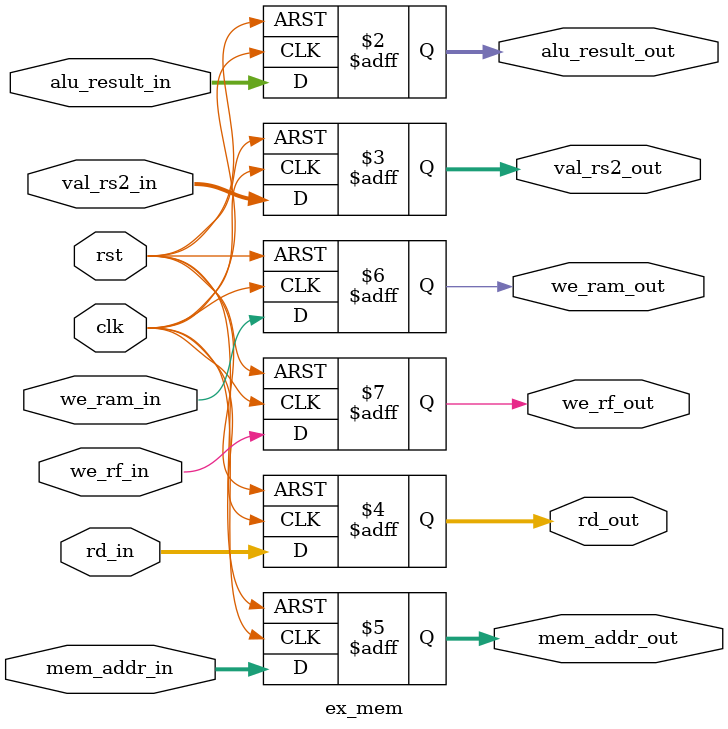
<source format=v>
module ex_mem (
    input clk,
    input rst,

    input [7:0] alu_result_in,
    input [7:0] val_rs2_in,
    input [2:0] rd_in,
    input [7:0] mem_addr_in,
    input we_ram_in,
    input we_rf_in,

    output reg [7:0] alu_result_out,
    output reg [7:0] val_rs2_out,
    output reg [2:0] rd_out,
    output reg [7:0] mem_addr_out,
    output reg we_ram_out,
    output reg we_rf_out
);

always @(posedge clk or posedge rst) begin
    if (rst) begin
        alu_result_out <= 8'b0;
        val_rs2_out    <= 8'b0;
        rd_out         <= 3'b0;
        mem_addr_out   <= 8'b0;
        we_ram_out     <= 1'b0;
        we_rf_out      <= 1'b0;
    end else begin
        alu_result_out <= alu_result_in;
        val_rs2_out    <= val_rs2_in;
        rd_out         <= rd_in;
        mem_addr_out   <= mem_addr_in;
        we_ram_out     <= we_ram_in;
        we_rf_out      <= we_rf_in;
    end
end

endmodule

</source>
